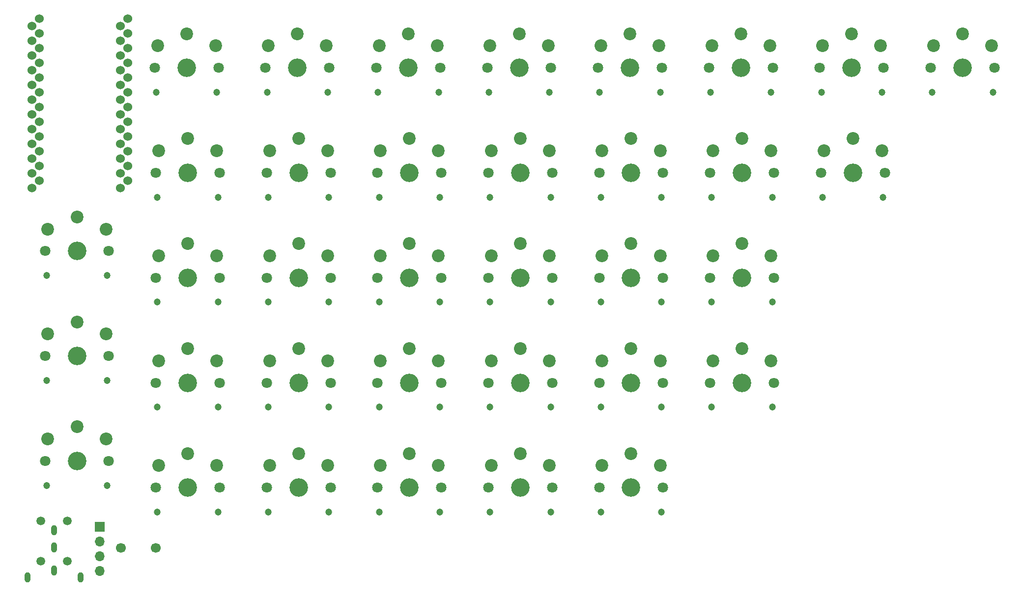
<source format=gbr>
%TF.GenerationSoftware,KiCad,Pcbnew,(5.1.10)-1*%
%TF.CreationDate,2021-08-10T22:37:01+09:00*%
%TF.ProjectId,Ultramarine_fuse,556c7472-616d-4617-9269-6e655f667573,rev?*%
%TF.SameCoordinates,Original*%
%TF.FileFunction,Soldermask,Bot*%
%TF.FilePolarity,Negative*%
%FSLAX46Y46*%
G04 Gerber Fmt 4.6, Leading zero omitted, Abs format (unit mm)*
G04 Created by KiCad (PCBNEW (5.1.10)-1) date 2021-08-10 22:37:01*
%MOMM*%
%LPD*%
G01*
G04 APERTURE LIST*
%ADD10C,1.524000*%
%ADD11C,1.700000*%
%ADD12C,1.200000*%
%ADD13C,2.200000*%
%ADD14C,1.800000*%
%ADD15C,3.200000*%
%ADD16C,1.500000*%
%ADD17O,1.000000X1.800000*%
%ADD18O,1.700000X1.700000*%
%ADD19R,1.700000X1.700000*%
G04 APERTURE END LIST*
D10*
%TO.C,U1*%
X87815301Y-69826501D03*
X87815301Y-59666501D03*
X87815301Y-46966501D03*
X87815301Y-49506501D03*
X87815301Y-54586501D03*
X87815301Y-41886501D03*
X87815301Y-62206501D03*
X87815301Y-64746501D03*
X87815301Y-57126501D03*
X87815301Y-67286501D03*
X87815301Y-52046501D03*
X87815301Y-44426501D03*
X103055301Y-54586501D03*
X103055301Y-69826501D03*
X103055301Y-62206501D03*
X103055301Y-59666501D03*
X103055301Y-49506501D03*
X103055301Y-52046501D03*
X103055301Y-57126501D03*
X103055301Y-44426501D03*
X103055301Y-67286501D03*
X103055301Y-46966501D03*
X103055301Y-64746501D03*
X103055301Y-41886501D03*
X101785301Y-43156501D03*
X101785301Y-45696501D03*
X101785301Y-48236501D03*
X101785301Y-50776501D03*
X101785301Y-53316501D03*
X101785301Y-55856501D03*
X101785301Y-58396501D03*
X101785301Y-60936501D03*
X101785301Y-63476501D03*
X101785301Y-66016501D03*
X101785301Y-68556501D03*
X101785301Y-71096501D03*
X86545301Y-71096501D03*
X86545301Y-68556501D03*
X86545301Y-66016501D03*
X86545301Y-63476501D03*
X86545301Y-60936501D03*
X86545301Y-58396501D03*
X86545301Y-55856501D03*
X86545301Y-53316501D03*
X86545301Y-50776501D03*
X86545301Y-48236501D03*
X86545301Y-45696501D03*
X86545301Y-43156501D03*
%TD*%
D11*
%TO.C,SW36*%
X107865300Y-133176500D03*
X101865300Y-133176500D03*
%TD*%
D12*
%TO.C,SW35*%
X156785301Y-126976501D03*
D13*
X146565301Y-118976501D03*
D12*
X146345301Y-126976501D03*
D14*
X157065301Y-122776501D03*
X146065301Y-122776501D03*
D15*
X151565301Y-122776501D03*
D13*
X156565301Y-118976501D03*
X151565301Y-116876501D03*
%TD*%
D12*
%TO.C,SW34*%
X175885301Y-108876501D03*
D13*
X165665301Y-100876501D03*
D12*
X165445301Y-108876501D03*
D14*
X176165301Y-104676501D03*
X165165301Y-104676501D03*
D15*
X170665301Y-104676501D03*
D13*
X175665301Y-100876501D03*
X170665301Y-98776501D03*
%TD*%
D12*
%TO.C,SW33*%
X194985301Y-90776501D03*
D13*
X184765301Y-82776501D03*
D12*
X184545301Y-90776501D03*
D14*
X195265301Y-86576501D03*
X184265301Y-86576501D03*
D15*
X189765301Y-86576501D03*
D13*
X194765301Y-82776501D03*
X189765301Y-80676501D03*
%TD*%
D12*
%TO.C,SW32*%
X232985301Y-54576501D03*
D13*
X222765301Y-46576501D03*
D12*
X222545301Y-54576501D03*
D14*
X233265301Y-50376501D03*
X222265301Y-50376501D03*
D15*
X227765301Y-50376501D03*
D13*
X232765301Y-46576501D03*
X227765301Y-44476501D03*
%TD*%
D12*
%TO.C,SW31*%
X214085301Y-72676501D03*
D13*
X203865301Y-64676501D03*
D12*
X203645301Y-72676501D03*
D14*
X214365301Y-68476501D03*
X203365301Y-68476501D03*
D15*
X208865301Y-68476501D03*
D13*
X213865301Y-64676501D03*
X208865301Y-62576501D03*
%TD*%
D12*
%TO.C,SW30*%
X214085301Y-108876501D03*
D13*
X203865301Y-100876501D03*
D12*
X203645301Y-108876501D03*
D14*
X214365301Y-104676501D03*
X203365301Y-104676501D03*
D15*
X208865301Y-104676501D03*
D13*
X213865301Y-100876501D03*
X208865301Y-98776501D03*
%TD*%
D12*
%TO.C,SW29*%
X175885301Y-126976501D03*
D13*
X165665301Y-118976501D03*
D12*
X165445301Y-126976501D03*
D14*
X176165301Y-122776501D03*
X165165301Y-122776501D03*
D15*
X170665301Y-122776501D03*
D13*
X175665301Y-118976501D03*
X170665301Y-116876501D03*
%TD*%
D12*
%TO.C,SW28*%
X194985301Y-108876501D03*
D13*
X184765301Y-100876501D03*
D12*
X184545301Y-108876501D03*
D14*
X195265301Y-104676501D03*
X184265301Y-104676501D03*
D15*
X189765301Y-104676501D03*
D13*
X194765301Y-100876501D03*
X189765301Y-98776501D03*
%TD*%
D12*
%TO.C,SW27*%
X118585301Y-108876501D03*
D13*
X108365301Y-100876501D03*
D12*
X108145301Y-108876501D03*
D14*
X118865301Y-104676501D03*
X107865301Y-104676501D03*
D15*
X113365301Y-104676501D03*
D13*
X118365301Y-100876501D03*
X113365301Y-98776501D03*
%TD*%
D12*
%TO.C,SW26*%
X252085301Y-54576501D03*
D13*
X241865301Y-46576501D03*
D12*
X241645301Y-54576501D03*
D14*
X252365301Y-50376501D03*
X241365301Y-50376501D03*
D15*
X246865301Y-50376501D03*
D13*
X251865301Y-46576501D03*
X246865301Y-44476501D03*
%TD*%
D12*
%TO.C,SW25*%
X233185301Y-72676501D03*
D13*
X222965301Y-64676501D03*
D12*
X222745301Y-72676501D03*
D14*
X233465301Y-68476501D03*
X222465301Y-68476501D03*
D15*
X227965301Y-68476501D03*
D13*
X232965301Y-64676501D03*
X227965301Y-62576501D03*
%TD*%
D12*
%TO.C,SW24*%
X175885301Y-90776501D03*
D13*
X165665301Y-82776501D03*
D12*
X165445301Y-90776501D03*
D14*
X176165301Y-86576501D03*
X165165301Y-86576501D03*
D15*
X170665301Y-86576501D03*
D13*
X175665301Y-82776501D03*
X170665301Y-80676501D03*
%TD*%
D12*
%TO.C,SW23*%
X194985301Y-126976501D03*
D13*
X184765301Y-118976501D03*
D12*
X184545301Y-126976501D03*
D14*
X195265301Y-122776501D03*
X184265301Y-122776501D03*
D15*
X189765301Y-122776501D03*
D13*
X194765301Y-118976501D03*
X189765301Y-116876501D03*
%TD*%
D12*
%TO.C,SW22*%
X118385301Y-54576501D03*
D13*
X108165301Y-46576501D03*
D12*
X107945301Y-54576501D03*
D14*
X118665301Y-50376501D03*
X107665301Y-50376501D03*
D15*
X113165301Y-50376501D03*
D13*
X118165301Y-46576501D03*
X113165301Y-44476501D03*
%TD*%
D12*
%TO.C,SW21*%
X99485301Y-104276501D03*
D13*
X89265301Y-96276501D03*
D12*
X89045301Y-104276501D03*
D14*
X99765301Y-100076501D03*
X88765301Y-100076501D03*
D15*
X94265301Y-100076501D03*
D13*
X99265301Y-96276501D03*
X94265301Y-94176501D03*
%TD*%
D12*
%TO.C,SW20*%
X137485301Y-54576501D03*
D13*
X127265301Y-46576501D03*
D12*
X127045301Y-54576501D03*
D14*
X137765301Y-50376501D03*
X126765301Y-50376501D03*
D15*
X132265301Y-50376501D03*
D13*
X137265301Y-46576501D03*
X132265301Y-44476501D03*
%TD*%
D12*
%TO.C,SW19*%
X118585301Y-72676501D03*
D13*
X108365301Y-64676501D03*
D12*
X108145301Y-72676501D03*
D14*
X118865301Y-68476501D03*
X107865301Y-68476501D03*
D15*
X113365301Y-68476501D03*
D13*
X118365301Y-64676501D03*
X113365301Y-62576501D03*
%TD*%
D12*
%TO.C,SW18*%
X99485301Y-122376501D03*
D13*
X89265301Y-114376501D03*
D12*
X89045301Y-122376501D03*
D14*
X99765301Y-118176501D03*
X88765301Y-118176501D03*
D15*
X94265301Y-118176501D03*
D13*
X99265301Y-114376501D03*
X94265301Y-112276501D03*
%TD*%
D12*
%TO.C,SW17*%
X137685301Y-72676501D03*
D13*
X127465301Y-64676501D03*
D12*
X127245301Y-72676501D03*
D14*
X137965301Y-68476501D03*
X126965301Y-68476501D03*
D15*
X132465301Y-68476501D03*
D13*
X137465301Y-64676501D03*
X132465301Y-62576501D03*
%TD*%
D12*
%TO.C,SW16*%
X118585301Y-90776501D03*
D13*
X108365301Y-82776501D03*
D12*
X108145301Y-90776501D03*
D14*
X118865301Y-86576501D03*
X107865301Y-86576501D03*
D15*
X113365301Y-86576501D03*
D13*
X118365301Y-82776501D03*
X113365301Y-80676501D03*
%TD*%
D12*
%TO.C,SW15*%
X156585301Y-54576501D03*
D13*
X146365301Y-46576501D03*
D12*
X146145301Y-54576501D03*
D14*
X156865301Y-50376501D03*
X145865301Y-50376501D03*
D15*
X151365301Y-50376501D03*
D13*
X156365301Y-46576501D03*
X151365301Y-44476501D03*
%TD*%
D12*
%TO.C,SW14*%
X175685301Y-54576501D03*
D13*
X165465301Y-46576501D03*
D12*
X165245301Y-54576501D03*
D14*
X175965301Y-50376501D03*
X164965301Y-50376501D03*
D15*
X170465301Y-50376501D03*
D13*
X175465301Y-46576501D03*
X170465301Y-44476501D03*
%TD*%
D12*
%TO.C,SW13*%
X137685301Y-90776501D03*
D13*
X127465301Y-82776501D03*
D12*
X127245301Y-90776501D03*
D14*
X137965301Y-86576501D03*
X126965301Y-86576501D03*
D15*
X132465301Y-86576501D03*
D13*
X137465301Y-82776501D03*
X132465301Y-80676501D03*
%TD*%
D12*
%TO.C,SW12*%
X137685301Y-126976501D03*
D13*
X127465301Y-118976501D03*
D12*
X127245301Y-126976501D03*
D14*
X137965301Y-122776501D03*
X126965301Y-122776501D03*
D15*
X132465301Y-122776501D03*
D13*
X137465301Y-118976501D03*
X132465301Y-116876501D03*
%TD*%
D12*
%TO.C,SW11*%
X156785301Y-108876501D03*
D13*
X146565301Y-100876501D03*
D12*
X146345301Y-108876501D03*
D14*
X157065301Y-104676501D03*
X146065301Y-104676501D03*
D15*
X151565301Y-104676501D03*
D13*
X156565301Y-100876501D03*
X151565301Y-98776501D03*
%TD*%
D12*
%TO.C,SW10*%
X175885301Y-72676501D03*
D13*
X165665301Y-64676501D03*
D12*
X165445301Y-72676501D03*
D14*
X176165301Y-68476501D03*
X165165301Y-68476501D03*
D15*
X170665301Y-68476501D03*
D13*
X175665301Y-64676501D03*
X170665301Y-62576501D03*
%TD*%
D12*
%TO.C,SW9*%
X194785301Y-54576501D03*
D13*
X184565301Y-46576501D03*
D12*
X184345301Y-54576501D03*
D14*
X195065301Y-50376501D03*
X184065301Y-50376501D03*
D15*
X189565301Y-50376501D03*
D13*
X194565301Y-46576501D03*
X189565301Y-44476501D03*
%TD*%
D12*
%TO.C,SW8*%
X118585301Y-126976501D03*
D13*
X108365301Y-118976501D03*
D12*
X108145301Y-126976501D03*
D14*
X118865301Y-122776501D03*
X107865301Y-122776501D03*
D15*
X113365301Y-122776501D03*
D13*
X118365301Y-118976501D03*
X113365301Y-116876501D03*
%TD*%
D12*
%TO.C,SW7*%
X137685301Y-108876501D03*
D13*
X127465301Y-100876501D03*
D12*
X127245301Y-108876501D03*
D14*
X137965301Y-104676501D03*
X126965301Y-104676501D03*
D15*
X132465301Y-104676501D03*
D13*
X137465301Y-100876501D03*
X132465301Y-98776501D03*
%TD*%
D12*
%TO.C,SW6*%
X156785301Y-90776501D03*
D13*
X146565301Y-82776501D03*
D12*
X146345301Y-90776501D03*
D14*
X157065301Y-86576501D03*
X146065301Y-86576501D03*
D15*
X151565301Y-86576501D03*
D13*
X156565301Y-82776501D03*
X151565301Y-80676501D03*
%TD*%
D12*
%TO.C,SW5*%
X156785301Y-72676501D03*
D13*
X146565301Y-64676501D03*
D12*
X146345301Y-72676501D03*
D14*
X157065301Y-68476501D03*
X146065301Y-68476501D03*
D15*
X151565301Y-68476501D03*
D13*
X156565301Y-64676501D03*
X151565301Y-62576501D03*
%TD*%
D12*
%TO.C,SW4*%
X99485301Y-86176501D03*
D13*
X89265301Y-78176501D03*
D12*
X89045301Y-86176501D03*
D14*
X99765301Y-81976501D03*
X88765301Y-81976501D03*
D15*
X94265301Y-81976501D03*
D13*
X99265301Y-78176501D03*
X94265301Y-76076501D03*
%TD*%
D12*
%TO.C,SW3*%
X214085301Y-90776501D03*
D13*
X203865301Y-82776501D03*
D12*
X203645301Y-90776501D03*
D14*
X214365301Y-86576501D03*
X203365301Y-86576501D03*
D15*
X208865301Y-86576501D03*
D13*
X213865301Y-82776501D03*
X208865301Y-80676501D03*
%TD*%
D12*
%TO.C,SW2*%
X194985301Y-72676501D03*
D13*
X184765301Y-64676501D03*
D12*
X184545301Y-72676501D03*
D14*
X195265301Y-68476501D03*
X184265301Y-68476501D03*
D15*
X189765301Y-68476501D03*
D13*
X194765301Y-64676501D03*
X189765301Y-62576501D03*
%TD*%
D12*
%TO.C,SW1*%
X213885301Y-54576501D03*
D13*
X203665301Y-46576501D03*
D12*
X203445301Y-54576501D03*
D14*
X214165301Y-50376501D03*
X203165301Y-50376501D03*
D15*
X208665301Y-50376501D03*
D13*
X213665301Y-46576501D03*
X208665301Y-44476501D03*
%TD*%
D16*
%TO.C,J2*%
X92615300Y-135476500D03*
X92615300Y-128476500D03*
D17*
X94915300Y-138276500D03*
D16*
X88015300Y-128476500D03*
X88015300Y-135476500D03*
D17*
X90315300Y-130076500D03*
X90315300Y-133076500D03*
X90315300Y-137076500D03*
X85715300Y-138276500D03*
%TD*%
D18*
%TO.C,J1*%
X98240301Y-137171501D03*
X98240301Y-134631501D03*
X98240301Y-132091501D03*
D19*
X98240301Y-129551501D03*
%TD*%
M02*

</source>
